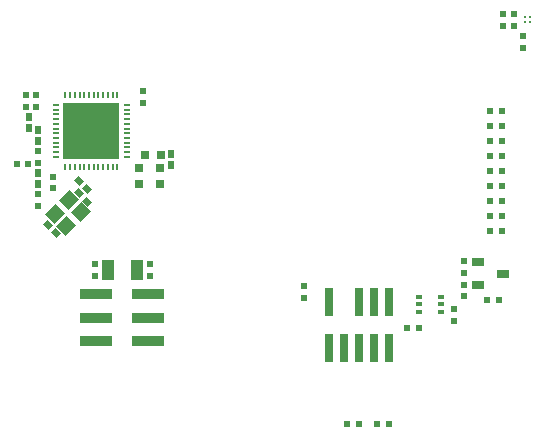
<source format=gtp>
%FSLAX24Y24*%
%MOIN*%
G70*
G01*
G75*
G04 Layer_Color=8421504*
%ADD10C,0.0060*%
%ADD11O,0.0256X0.0079*%
%ADD12O,0.0079X0.0256*%
%ADD13R,0.1850X0.1850*%
%ADD14R,0.0295X0.0315*%
%ADD15R,0.0197X0.0256*%
%ADD16C,0.0394*%
%ADD17R,0.1181X0.0300*%
%ADD18R,0.2000X0.0950*%
%ADD19R,0.0299X0.0945*%
%ADD20R,0.0400X0.0300*%
%ADD21C,0.0098*%
G04:AMPARAMS|DCode=22|XSize=47.2mil|YSize=43.3mil|CornerRadius=0mil|HoleSize=0mil|Usage=FLASHONLY|Rotation=45.000|XOffset=0mil|YOffset=0mil|HoleType=Round|Shape=Rectangle|*
%AMROTATEDRECTD22*
4,1,4,-0.0014,-0.0320,-0.0320,-0.0014,0.0014,0.0320,0.0320,0.0014,-0.0014,-0.0320,0.0*
%
%ADD22ROTATEDRECTD22*%

%ADD23R,0.1083X0.0350*%
%ADD24R,0.0197X0.0236*%
%ADD25R,0.0315X0.0295*%
%ADD26R,0.0236X0.0157*%
%ADD27R,0.0236X0.0217*%
%ADD28C,0.0079*%
G04:AMPARAMS|DCode=29|XSize=19.7mil|YSize=23.6mil|CornerRadius=0mil|HoleSize=0mil|Usage=FLASHONLY|Rotation=45.000|XOffset=0mil|YOffset=0mil|HoleType=Round|Shape=Rectangle|*
%AMROTATEDRECTD29*
4,1,4,0.0014,-0.0153,-0.0153,0.0014,-0.0014,0.0153,0.0153,-0.0014,0.0014,-0.0153,0.0*
%
%ADD29ROTATEDRECTD29*%

%ADD30R,0.0217X0.0236*%
%ADD31R,0.0394X0.0709*%
%ADD32R,0.0236X0.0197*%
%ADD33C,0.0090*%
%ADD34C,0.0080*%
%ADD35C,0.0300*%
%ADD36C,0.0150*%
%ADD37C,0.0100*%
%ADD38C,0.0591*%
%ADD39R,0.0591X0.0591*%
%ADD40C,0.0354*%
%ADD41C,0.0236*%
%ADD42R,0.0354X0.1043*%
%ADD43R,0.0394X0.0394*%
%ADD44R,0.0394X0.0394*%
%ADD45C,0.0098*%
%ADD46C,0.0039*%
%ADD47C,0.0079*%
%ADD48C,0.0118*%
%ADD49C,0.0059*%
%ADD50C,0.0050*%
%ADD51R,0.0420X0.1300*%
D11*
X6611Y9514D02*
D03*
Y9671D02*
D03*
Y9829D02*
D03*
Y9986D02*
D03*
Y10144D02*
D03*
Y10301D02*
D03*
Y10459D02*
D03*
Y10616D02*
D03*
Y10774D02*
D03*
Y10931D02*
D03*
Y11089D02*
D03*
Y11246D02*
D03*
X4229D02*
D03*
Y11089D02*
D03*
Y10931D02*
D03*
Y10774D02*
D03*
Y10616D02*
D03*
Y10459D02*
D03*
Y10301D02*
D03*
Y10144D02*
D03*
Y9986D02*
D03*
Y9829D02*
D03*
Y9671D02*
D03*
Y9514D02*
D03*
D12*
X6286Y11571D02*
D03*
X6129D02*
D03*
X5971D02*
D03*
X5814D02*
D03*
X5656D02*
D03*
X5499D02*
D03*
X5341D02*
D03*
X5184D02*
D03*
X5026D02*
D03*
X4869D02*
D03*
X4711D02*
D03*
X4554D02*
D03*
Y9189D02*
D03*
X4711D02*
D03*
X4869D02*
D03*
X5026D02*
D03*
X5184D02*
D03*
X5341D02*
D03*
X5499D02*
D03*
X5656D02*
D03*
X5814D02*
D03*
X5971D02*
D03*
X6129D02*
D03*
X6286D02*
D03*
D13*
X5420Y10380D02*
D03*
D14*
X7726Y9580D02*
D03*
X7194D02*
D03*
D15*
X8060Y9233D02*
D03*
Y9607D02*
D03*
X3630Y8613D02*
D03*
Y8987D02*
D03*
X3350Y10483D02*
D03*
Y10857D02*
D03*
X3630Y10033D02*
D03*
Y10407D02*
D03*
D19*
X13340Y4678D02*
D03*
X14340D02*
D03*
X14840D02*
D03*
X15340D02*
D03*
X13340Y3142D02*
D03*
X13840D02*
D03*
X14340D02*
D03*
X14840D02*
D03*
X15340D02*
D03*
D20*
X19127Y5626D02*
D03*
X18300Y5252D02*
D03*
Y6000D02*
D03*
D21*
X19871Y14011D02*
D03*
Y14169D02*
D03*
X20029Y14011D02*
D03*
Y14169D02*
D03*
D22*
X4197Y7594D02*
D03*
X4587Y7205D02*
D03*
X4670Y8068D02*
D03*
X5060Y7678D02*
D03*
D23*
X5558Y4947D02*
D03*
Y4160D02*
D03*
Y3373D02*
D03*
X7310Y4947D02*
D03*
Y4160D02*
D03*
Y3373D02*
D03*
D24*
X17850Y4863D02*
D03*
Y5257D02*
D03*
X19820Y13143D02*
D03*
Y13537D02*
D03*
X7384Y5553D02*
D03*
Y5947D02*
D03*
X5524Y5553D02*
D03*
Y5947D02*
D03*
X7140Y11697D02*
D03*
Y11303D02*
D03*
X3580Y11577D02*
D03*
Y11183D02*
D03*
X4130Y8463D02*
D03*
Y8857D02*
D03*
X3630Y7893D02*
D03*
Y8287D02*
D03*
Y9313D02*
D03*
Y9707D02*
D03*
X3250Y11577D02*
D03*
Y11183D02*
D03*
D25*
X7720Y8597D02*
D03*
Y9128D02*
D03*
X7010Y9136D02*
D03*
Y8604D02*
D03*
D26*
X16326Y4344D02*
D03*
Y4600D02*
D03*
Y4856D02*
D03*
X17074D02*
D03*
Y4600D02*
D03*
Y4344D02*
D03*
D27*
X16327Y3800D02*
D03*
X15933D02*
D03*
X19097Y11030D02*
D03*
X18703D02*
D03*
X19097Y10530D02*
D03*
X18703D02*
D03*
X19097Y10030D02*
D03*
X18703D02*
D03*
X19097Y9530D02*
D03*
X18703D02*
D03*
X19097Y9030D02*
D03*
X18703D02*
D03*
X19097Y8530D02*
D03*
X18703D02*
D03*
X19097Y8030D02*
D03*
X18703D02*
D03*
X18707Y7530D02*
D03*
X19101D02*
D03*
X18707Y7030D02*
D03*
X19101D02*
D03*
X18603Y4750D02*
D03*
X18997D02*
D03*
X15347Y600D02*
D03*
X14953D02*
D03*
X14347D02*
D03*
X13953D02*
D03*
D29*
X5269Y8441D02*
D03*
X4991Y8719D02*
D03*
X5289Y8021D02*
D03*
X5011Y8299D02*
D03*
X3961Y7249D02*
D03*
X4239Y6971D02*
D03*
D30*
X17500Y4053D02*
D03*
Y4447D02*
D03*
X19150Y13893D02*
D03*
Y14287D02*
D03*
X19510Y13893D02*
D03*
Y14287D02*
D03*
X17850Y5643D02*
D03*
Y6037D02*
D03*
X12500Y4803D02*
D03*
Y5197D02*
D03*
D31*
X6946Y5750D02*
D03*
X5962D02*
D03*
D32*
X3317Y9290D02*
D03*
X2923D02*
D03*
M02*

</source>
